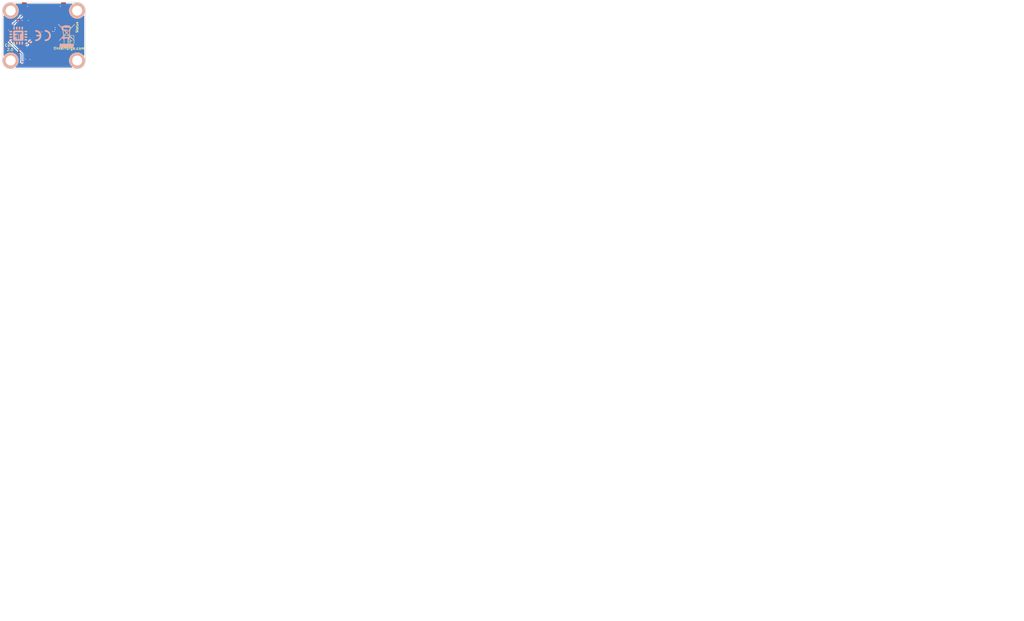
<source format=kicad_pcb>
(kicad_pcb (version 4) (host pcbnew 4.0.2+dfsg1-stable)
  (title_block (title "Color Bricklet") (date 2018-06-27) (rev 2.0) (company "Tinkerforge GmbH") (comment 1 "Licensed under CERN OHL v.1.1") (comment 2 "Copyright (©) 2018, L.Lauer <lukas@tinkerforge.com>"))
  (layers (0 F.Cu signal) (31 B.Cu signal) (34 B.Paste user) (35 F.Paste user) (36 B.SilkS user) (37 F.SilkS user) (38 B.Mask user) (39 F.Mask user) (44 Edge.Cuts user))
  (net 0 "")
  (net 1 GND)
  (net 2 SCL)
  (net 3 SDA)
  (net 4 VCC)
  (net 5 "Net-(D1-Pad1)")
  (net 6 "Net-(D1-Pad2)")
  (net 7 "Net-(P1-Pad1)")
  (net 8 "Net-(P1-Pad6)")
  (net 9 "Net-(C2-Pad1)")
  (net 10 "Net-(D2-Pad2)")
  (net 11 "Net-(P1-Pad4)")
  (net 12 "Net-(P1-Pad5)")
  (net 13 "Net-(P2-Pad1)")
  (net 14 "Net-(P3-Pad2)")
  (net 15 LED)
  (net 16 "Net-(R5-Pad1)")
  (net 17 S-MISO)
  (net 18 S-MOSI)
  (net 19 S-CLK)
  (net 20 S-CS)
  (net 21 "Net-(U2-Pad2)")
  (net 22 "Net-(U2-Pad3)")
  (net 23 "Net-(U2-Pad5)")
  (net 24 "Net-(U2-Pad6)")
  (net 25 "Net-(U2-Pad8)")
  (net 26 "Net-(U2-Pad11)")
  (net 27 "Net-(U2-Pad12)")
  (net 28 "Net-(U2-Pad13)")
  (net 29 "Net-(U2-Pad14)")
  (net 30 "Net-(U2-Pad18)")
  (net 31 "Net-(U2-Pad20)")
  (net 32 "Net-(U2-Pad21)")
  (module kicad-libraries:R0603F (layer F.Cu) (at 109.01 76.81 180)
    (fp_text reference R2)
    (fp_text value 180)
    (pad 1 smd rect (at -0.75 0 180) (size 0.9 0.9) (layers F.Cu F.Paste F.Mask) (net 4 VCC))
    (pad 2 smd rect (at 0.75 0 180) (size 0.9 0.9) (layers F.Cu F.Paste F.Mask) (net 5 "Net-(D1-Pad1)"))
  )
  (module kicad-libraries:LED-3x2 (layer F.Cu) (at 106.3 74.9 180)
    (fp_text reference D1)
    (fp_text value LED)
    (pad 1 smd rect (at -1.55 0.05 180) (size 1.6 1.4) (layers F.Cu F.Paste F.Mask) (net 5 "Net-(D1-Pad1)"))
    (pad 2 smd rect (at 1.55 0 180) (size 1.6 1.4) (layers F.Cu F.Paste F.Mask) (net 6 "Net-(D1-Pad2)"))
  )
  (module kicad-libraries:Fiducial_Mark (layer F.Cu) (at 103.3 62.7)
    (fp_text reference Fiducial_Mark hide)
    (fp_text value VAL** hide)
    (pad 1 smd circle (at 0 0) (size 1.00076 1.00076) (layers F.Cu F.Paste F.Mask) (clearance 0.65024))
  )
  (module kicad-libraries:Fiducial_Mark (layer F.Cu) (at 110.3 79.7)
    (fp_text reference Fiducial_Mark hide)
    (fp_text value VAL** hide)
    (pad 1 smd circle (at 0 0) (size 1.00076 1.00076) (layers F.Cu F.Paste F.Mask) (clearance 0.65024))
  )
  (module kicad-libraries:Logo_31x31 (layer F.Cu) (at 112.27 71.09)
    (fp_text reference G*** hide)
    (fp_text value Logo_31x31 hide)
  )
  (module kicad-libraries:SOT23GDS (layer F.Cu) (at 103.14 76.79 90)
    (fp_text reference Q1)
    (fp_text value 2N7002P)
    (pad S smd rect (at -0.889 -1.016 90) (size 0.9144 0.9144) (layers F.Cu F.Paste F.Mask) (net 1 GND))
    (pad G smd rect (at 0.889 -1.016 90) (size 0.9144 0.9144) (layers F.Cu F.Paste F.Mask) (net 15 LED))
    (pad D smd rect (at 0 1.016 90) (size 0.9144 0.9144) (layers F.Cu F.Paste F.Mask) (net 6 "Net-(D1-Pad2)"))
  )
  (module kicad-libraries:DRILL_NP (layer F.Cu) (at 96.3 78.7)
    (fp_text reference U5 hide)
    (fp_text value DRILL hide)
    (pad "" np_thru_hole circle (at 0 0) (size 2.99974 2.99974) (drill 2.99974) (layers *.Cu *.Mask F.SilkS) (clearance 0.89916))
  )
  (module kicad-libraries:DRILL_NP (layer F.Cu) (at 116.3 78.7)
    (fp_text reference U6 hide)
    (fp_text value DRILL hide)
    (pad "" np_thru_hole circle (at 0 0) (size 2.99974 2.99974) (drill 2.99974) (layers *.Cu *.Mask F.SilkS) (clearance 0.89916))
  )
  (module kicad-libraries:DRILL_NP (layer F.Cu) (at 116.3 63.7)
    (fp_text reference U4 hide)
    (fp_text value DRILL hide)
    (pad "" np_thru_hole circle (at 0 0) (size 2.99974 2.99974) (drill 2.99974) (layers *.Cu *.Mask F.SilkS) (clearance 0.89916))
  )
  (module kicad-libraries:DRILL_NP (layer F.Cu) (at 96.3 63.7)
    (fp_text reference U3 hide)
    (fp_text value DRILL hide)
    (pad "" np_thru_hole circle (at 0 0) (size 2.99974 2.99974) (drill 2.99974) (layers *.Cu *.Mask F.SilkS) (clearance 0.89916))
  )
  (module kicad-libraries:C0603F (layer F.Cu) (at 106.34 70.79)
    (fp_text reference C1)
    (fp_text value 100nF)
    (pad 1 smd rect (at -0.75 0) (size 0.9 0.9) (layers F.Cu F.Paste F.Mask) (net 1 GND))
    (pad 2 smd rect (at 0.75 0) (size 0.9 0.9) (layers F.Cu F.Paste F.Mask) (net 4 VCC))
  )
  (module kicad-libraries:C0402F (layer F.Cu) (at 102.09 67.41 180)
    (fp_text reference C2)
    (fp_text value 220pF)
    (pad 2 smd rect (at 0.5 0 180) (size 0.6 0.7) (layers F.Cu F.Paste F.Mask) (net 1 GND))
    (pad 1 smd rect (at -0.5 0 180) (size 0.6 0.7) (layers F.Cu F.Paste F.Mask) (net 9 "Net-(C2-Pad1)"))
  )
  (module kicad-libraries:C0805 (layer F.Cu) (at 108.2 67.7)
    (fp_text reference C3)
    (fp_text value 10uF)
    (pad 1 smd rect (at -1.00076 0) (size 1.00076 1.24968) (layers F.Cu F.Paste F.Mask) (net 4 VCC) (clearance 0.14986))
    (pad 2 smd rect (at 1.00076 0) (size 1.00076 1.24968) (layers F.Cu F.Paste F.Mask) (net 1 GND) (clearance 0.14986))
  )
  (module kicad-libraries:C0603F (layer F.Cu) (at 108.2 69.2)
    (fp_text reference C4)
    (fp_text value 1uF)
    (pad 1 smd rect (at -0.75 0) (size 0.9 0.9) (layers F.Cu F.Paste F.Mask) (net 4 VCC))
    (pad 2 smd rect (at 0.75 0) (size 0.9 0.9) (layers F.Cu F.Paste F.Mask) (net 1 GND))
  )
  (module kicad-libraries:C0603F (layer F.Cu) (at 95.6 70.99 90)
    (fp_text reference C5)
    (fp_text value 100nF)
    (pad 1 smd rect (at -0.75 0 90) (size 0.9 0.9) (layers F.Cu F.Paste F.Mask) (net 4 VCC))
    (pad 2 smd rect (at 0.75 0 90) (size 0.9 0.9) (layers F.Cu F.Paste F.Mask) (net 1 GND))
  )
  (module kicad-libraries:D0603F (layer F.Cu) (at 117.42 68.69 90)
    (fp_text reference D2)
    (fp_text value blue)
    (pad 1 smd rect (at -0.75 0 90) (size 0.9 0.9) (layers F.Cu F.Paste F.Mask) (net 4 VCC))
    (pad 2 smd rect (at 0.75 0 90) (size 0.9 0.9) (layers F.Cu F.Paste F.Mask) (net 10 "Net-(D2-Pad2)"))
  )
  (module kicad-libraries:CON-SENSOR2 (layer F.Cu) (at 106.3 61.2 180)
    (fp_text reference P1)
    (fp_text value CON-SENSOR2)
    (pad 1 smd rect (at -3.75 -4.6 180) (size 0.6 1.8) (layers F.Cu F.Paste F.Mask) (net 7 "Net-(P1-Pad1)"))
    (pad 2 smd rect (at -2.5 -4.6 180) (size 0.6 1.8) (layers F.Cu F.Paste F.Mask) (net 1 GND))
    (pad EP smd rect (at -5.9 -1.2 180) (size 1.4 2.4) (layers F.Cu F.Paste F.Mask) (net 1 GND))
    (pad EP smd rect (at 5.9 -1.2 180) (size 1.4 2.4) (layers F.Cu F.Paste F.Mask) (net 1 GND))
    (pad 3 smd rect (at -1.25 -4.6 180) (size 0.6 1.8) (layers F.Cu F.Paste F.Mask) (net 4 VCC))
    (pad 4 smd rect (at 0 -4.6 180) (size 0.6 1.8) (layers F.Cu F.Paste F.Mask) (net 11 "Net-(P1-Pad4)"))
    (pad 5 smd rect (at 1.25 -4.6 180) (size 0.6 1.8) (layers F.Cu F.Paste F.Mask) (net 12 "Net-(P1-Pad5)"))
    (pad 6 smd rect (at 2.5 -4.6 180) (size 0.6 1.8) (layers F.Cu F.Paste F.Mask) (net 8 "Net-(P1-Pad6)"))
    (pad 7 smd rect (at 3.75 -4.6 180) (size 0.6 1.8) (layers F.Cu F.Paste F.Mask) (net 9 "Net-(C2-Pad1)"))
  )
  (module kicad-libraries:DEBUG_PAD (layer F.Cu) (at 98.77 76.22)
    (fp_text reference P2)
    (fp_text value DEBUG)
    (pad 1 smd circle (at 0 0) (size 0.7 0.7) (layers F.Cu F.Paste F.Mask) (net 13 "Net-(P2-Pad1)"))
  )
  (module kicad-libraries:SolderJumper (layer F.Cu) (at 98.78 66.87 270)
    (fp_text reference P3)
    (fp_text value BOOT)
    (pad 2 smd rect (at 0.55 0 270) (size 0.3 1.4) (layers F.Cu F.Mask) (net 14 "Net-(P3-Pad2)"))
    (pad 2 smd rect (at 0.15 0 270) (size 0.6 0.5) (layers F.Cu F.Mask) (net 14 "Net-(P3-Pad2)"))
    (pad 1 smd rect (at -0.5 0 270) (size 0.4 1.4) (layers F.Cu F.Mask) (net 1 GND))
    (pad 1 smd rect (at -0.225 0.55 270) (size 0.95 0.3) (layers F.Cu F.Mask) (net 1 GND))
    (pad 1 smd rect (at -0.225 -0.55 270) (size 0.95 0.3) (layers F.Cu F.Mask) (net 1 GND))
  )
  (module kicad-libraries:R0603F (layer F.Cu) (at 100.71 76.79 270)
    (fp_text reference R1)
    (fp_text value 10k)
    (pad 1 smd rect (at -0.75 0 270) (size 0.9 0.9) (layers F.Cu F.Paste F.Mask) (net 15 LED))
    (pad 2 smd rect (at 0.75 0 270) (size 0.9 0.9) (layers F.Cu F.Paste F.Mask) (net 1 GND))
  )
  (module kicad-libraries:R0603F (layer F.Cu) (at 103.22 71.93)
    (fp_text reference R3)
    (fp_text value 2k2)
    (pad 1 smd rect (at -0.75 0) (size 0.9 0.9) (layers F.Cu F.Paste F.Mask) (net 4 VCC))
    (pad 2 smd rect (at 0.75 0) (size 0.9 0.9) (layers F.Cu F.Paste F.Mask) (net 3 SDA))
  )
  (module kicad-libraries:R0603F (layer F.Cu) (at 108.63 71.71 270)
    (fp_text reference R4)
    (fp_text value 2k2)
    (pad 1 smd rect (at -0.75 0 270) (size 0.9 0.9) (layers F.Cu F.Paste F.Mask) (net 4 VCC))
    (pad 2 smd rect (at 0.75 0 270) (size 0.9 0.9) (layers F.Cu F.Paste F.Mask) (net 2 SCL))
  )
  (module kicad-libraries:R0603F (layer F.Cu) (at 114.07 67.89)
    (fp_text reference R5)
    (fp_text value 1k)
    (pad 1 smd rect (at -0.75 0) (size 0.9 0.9) (layers F.Cu F.Paste F.Mask) (net 16 "Net-(R5-Pad1)"))
    (pad 2 smd rect (at 0.75 0) (size 0.9 0.9) (layers F.Cu F.Paste F.Mask) (net 10 "Net-(D2-Pad2)"))
  )
  (module kicad-libraries:4X0402 (layer F.Cu) (at 104.4 68.1 180)
    (fp_text reference RP1)
    (fp_text value 82)
    (pad 1 smd rect (at -0.7493 0.575) (size 0.29972 0.65) (layers F.Cu F.Paste F.Mask) (net 11 "Net-(P1-Pad4)"))
    (pad 2 smd rect (at -0.24892 0.575) (size 0.29972 0.65) (layers F.Cu F.Paste F.Mask) (net 12 "Net-(P1-Pad5)"))
    (pad 3 smd rect (at 0.24892 0.575) (size 0.29972 0.65) (layers F.Cu F.Paste F.Mask) (net 8 "Net-(P1-Pad6)"))
    (pad 4 smd rect (at 0.7493 0.575) (size 0.29972 0.65) (layers F.Cu F.Paste F.Mask) (net 9 "Net-(C2-Pad1)"))
    (pad 5 smd rect (at 0.7493 -0.575 180) (size 0.29972 0.65) (layers F.Cu F.Paste F.Mask) (net 17 S-MISO))
    (pad 6 smd rect (at 0.24892 -0.575 180) (size 0.29972 0.65) (layers F.Cu F.Paste F.Mask) (net 18 S-MOSI))
    (pad 7 smd rect (at -0.24892 -0.575 180) (size 0.29972 0.65) (layers F.Cu F.Paste F.Mask) (net 19 S-CLK))
    (pad 8 smd rect (at -0.7493 -0.575 180) (size 0.29972 0.65) (layers F.Cu F.Paste F.Mask) (net 20 S-CS))
  )
  (module kicad-libraries:QFN24-4x4mm-0.5mm (layer F.Cu) (at 99.02 70.99 270)
    (fp_text reference U2)
    (fp_text value XMC1XXX24)
    (pad 1 smd oval (at -2.025 -1.25 270) (size 1 0.3) (layers F.Cu F.Paste F.Mask) (net 17 S-MISO))
    (pad 2 smd oval (at -2.025 -0.75 270) (size 1 0.3) (layers F.Cu F.Paste F.Mask) (net 21 "Net-(U2-Pad2)"))
    (pad 3 smd oval (at -2.025 -0.25 270) (size 1 0.3) (layers F.Cu F.Paste F.Mask) (net 22 "Net-(U2-Pad3)"))
    (pad 4 smd oval (at -2.025 0.25 270) (size 1 0.3) (layers F.Cu F.Paste F.Mask) (net 14 "Net-(P3-Pad2)"))
    (pad 5 smd oval (at -2.025 0.75 270) (size 1 0.3) (layers F.Cu F.Paste F.Mask) (net 23 "Net-(U2-Pad5)"))
    (pad 6 smd oval (at -2.025 1.25 270) (size 1 0.3) (layers F.Cu F.Paste F.Mask) (net 24 "Net-(U2-Pad6)"))
    (pad 7 smd oval (at -1.25 2.025) (size 1 0.3) (layers F.Cu F.Paste F.Mask) (net 16 "Net-(R5-Pad1)"))
    (pad 8 smd oval (at -0.75 2.025) (size 1 0.3) (layers F.Cu F.Paste F.Mask) (net 25 "Net-(U2-Pad8)"))
    (pad 9 smd oval (at -0.25 2.025) (size 1 0.3) (layers F.Cu F.Paste F.Mask) (net 1 GND))
    (pad 10 smd oval (at 0.25 2.025) (size 1 0.3) (layers F.Cu F.Paste F.Mask) (net 4 VCC))
    (pad 11 smd oval (at 0.75 2.025) (size 1 0.3) (layers F.Cu F.Paste F.Mask) (net 26 "Net-(U2-Pad11)"))
    (pad 12 smd oval (at 1.25 2.025) (size 1 0.3) (layers F.Cu F.Paste F.Mask) (net 27 "Net-(U2-Pad12)"))
    (pad 13 smd oval (at 2.025 1.25 270) (size 1 0.3) (layers F.Cu F.Paste F.Mask) (net 28 "Net-(U2-Pad13)"))
    (pad 14 smd oval (at 2.025 0.75 270) (size 1 0.3) (layers F.Cu F.Paste F.Mask) (net 29 "Net-(U2-Pad14)"))
    (pad 15 smd oval (at 2.025 0.25 270) (size 1 0.3) (layers F.Cu F.Paste F.Mask) (net 13 "Net-(P2-Pad1)"))
    (pad 16 smd oval (at 2.025 -0.25 270) (size 1 0.3) (layers F.Cu F.Paste F.Mask) (net 15 LED))
    (pad 17 smd oval (at 2.025 -0.75 270) (size 1 0.3) (layers F.Cu F.Paste F.Mask) (net 3 SDA))
    (pad 18 smd oval (at 2.025 -1.25 270) (size 1 0.3) (layers F.Cu F.Paste F.Mask) (net 30 "Net-(U2-Pad18)"))
    (pad 19 smd oval (at 1.25 -2.025) (size 1 0.3) (layers F.Cu F.Paste F.Mask) (net 2 SCL))
    (pad 20 smd oval (at 0.75 -2.025) (size 1 0.3) (layers F.Cu F.Paste F.Mask) (net 31 "Net-(U2-Pad20)"))
    (pad 21 smd oval (at 0.25 -2.025) (size 1 0.3) (layers F.Cu F.Paste F.Mask) (net 32 "Net-(U2-Pad21)"))
    (pad 22 smd oval (at -0.25 -2.025) (size 1 0.3) (layers F.Cu F.Paste F.Mask) (net 20 S-CS))
    (pad 23 smd oval (at -0.75 -2.025) (size 1 0.3) (layers F.Cu F.Paste F.Mask) (net 19 S-CLK))
    (pad 24 smd oval (at -1.25 -2.025) (size 1 0.3) (layers F.Cu F.Paste F.Mask) (net 18 S-MOSI))
    (pad EXP smd rect (at 0.65 0.65 270) (size 1.3 1.3) (layers F.Cu F.Paste F.Mask) (net 1 GND))
    (pad EXP smd rect (at 0.65 -0.65 270) (size 1.3 1.3) (layers F.Cu F.Paste F.Mask) (net 1 GND))
    (pad EXP smd rect (at -0.65 0.65 270) (size 1.3 1.3) (layers F.Cu F.Paste F.Mask) (net 1 GND))
    (pad EXP smd rect (at -0.65 -0.65 270) (size 1.3 1.3) (layers F.Cu F.Paste F.Mask) (net 1 GND))
  )
  (module kicad-libraries:OPLGA4 (layer F.Cu) (at 106.28 72.4)
    (fp_text reference U1)
    (fp_text value VEML6040)
    (pad 1 smd rect (at -0.9 -0.35) (size 1 0.35) (layers F.Cu F.Paste F.Mask) (net 1 GND))
    (pad 2 smd rect (at -0.9 0.35) (size 1 0.35) (layers F.Cu F.Paste F.Mask) (net 3 SDA))
    (pad 3 smd rect (at 0.9 0.35) (size 1 0.35) (layers F.Cu F.Paste F.Mask) (net 2 SCL))
    (pad 4 smd rect (at 0.9 -0.35) (size 1 0.35) (layers F.Cu F.Paste F.Mask) (net 4 VCC))
  )
  (module kicad-libraries:Logo_CoMCU (layer B.Cu) (at 98.6 71.2 180)
    (fp_text reference G*** hide)
    (fp_text value LOGO hide)
  )
  (module kicad-libraries:WEEE_7mm (layer B.Cu) (at 113.1 71.2 180)
    (fp_text reference VAL hide)
    (fp_text value WEEE_7mm hide)
  )
  (module kicad-libraries:CE_5mm (layer B.Cu) (at 106 71.2 180)
    (fp_text reference VAL hide)
    (fp_text value CE_5mm hide)
  )
  (gr_text Status (at 116.26 68.69 90) (layer F.SilkS) (effects (font (size 0.7 0.7))))
  (gr_text tinkerforge.com (at 113.89 75.02) (layer F.SilkS) (effects (font (size 0.8 0.8))))
  (gr_text "Color\n2.0\n" (at 96.14 74.77) (layer F.SilkS) (effects (font (size 0.8 0.8))))
  (gr_line (start 96.3 81.2) (end 116.3 81.2) (angle 90) (layer Edge.Cuts) (width 0.15))
  (gr_line (start 93.8 63.7) (end 93.8 78.7) (angle 90) (layer Edge.Cuts) (width 0.15))
  (gr_line (start 116.3 61.2) (end 96.3 61.2) (angle 90) (layer Edge.Cuts) (width 0.15))
  (gr_line (start 118.8 78.7) (end 118.8 63.7) (angle 90) (layer Edge.Cuts) (width 0.15))
  (gr_arc (start 116.3 78.7) (end 118.8 78.7) (angle 90) (layer Edge.Cuts) (width 0.15))
  (gr_arc (start 116.3 63.7) (end 116.3 61.2) (angle 90) (layer Edge.Cuts) (width 0.15))
  (gr_arc (start 96.3 63.7) (end 93.8 63.7) (angle 90) (layer Edge.Cuts) (width 0.15))
  (gr_arc (start 96.3 78.7) (end 96.3 81.2) (angle 90) (layer Edge.Cuts) (width 0.15))
  (segment (start 99.33 66.645) (end 99.785 66.645) (width 0.25) (layer F.Cu) (net 1))
  (via (at 99.79 66.64) (size 0.55) (drill 0.25) (layers F.Cu B.Cu) (net 1))
  (segment (start 99.785 66.645) (end 99.79 66.64) (width 0.25) (layer F.Cu) (net 1))
  (segment (start 102.124 77.679) (end 102.124 78.414) (width 0.55) (layer F.Cu) (net 1))
  (via (at 102.13 78.42) (size 0.55) (drill 0.25) (layers F.Cu B.Cu) (net 1))
  (segment (start 102.124 78.414) (end 102.13 78.42) (width 0.55) (layer F.Cu) (net 1))
  (segment (start 100.71 77.54) (end 100.71 78.27) (width 0.55) (layer F.Cu) (net 1))
  (via (at 100.71 78.27) (size 0.55) (drill 0.25) (layers F.Cu B.Cu) (net 1))
  (segment (start 101.59 67.41) (end 101.59 66.63) (width 0.55) (layer F.Cu) (net 1))
  (via (at 101.59 66.63) (size 0.55) (drill 0.25) (layers F.Cu B.Cu) (net 1))
  (segment (start 105.59 70.79) (end 105.59 70.06) (width 0.55) (layer F.Cu) (net 1))
  (via (at 105.59 70.06) (size 0.55) (drill 0.25) (layers F.Cu B.Cu) (net 1))
  (segment (start 98.37 70.34) (end 99.67 70.34) (width 0.25) (layer F.Cu) (net 1))
  (segment (start 99.67 70.34) (end 99.67 71.64) (width 0.25) (layer F.Cu) (net 1))
  (segment (start 99.67 71.64) (end 98.37 71.64) (width 0.25) (layer F.Cu) (net 1))
  (segment (start 98.37 71.64) (end 98.37 70.34) (width 0.25) (layer F.Cu) (net 1))
  (segment (start 96.995 70.74) (end 97.97 70.74) (width 0.25) (layer F.Cu) (net 1))
  (segment (start 97.97 70.74) (end 98.37 70.34) (width 0.25) (layer F.Cu) (net 1))
  (segment (start 96.995 70.74) (end 96.1 70.74) (width 0.25) (layer F.Cu) (net 1))
  (segment (start 96.1 70.74) (end 95.6 70.24) (width 0.25) (layer F.Cu) (net 1))
  (segment (start 95.6 70.24) (end 95.6 69.51) (width 0.55) (layer F.Cu) (net 1))
  (via (at 95.6 69.51) (size 0.55) (drill 0.25) (layers F.Cu B.Cu) (net 1))
  (segment (start 108.84 69.92) (end 108.84 69.31) (width 0.55) (layer F.Cu) (net 1))
  (via (at 108.84 69.92) (size 0.55) (drill 0.25) (layers F.Cu B.Cu) (net 1))
  (segment (start 108.84 69.31) (end 108.95 69.2) (width 0.55) (layer F.Cu) (net 1))
  (segment (start 109.68 69.4) (end 109.68 69.65) (width 0.55) (layer F.Cu) (net 1))
  (via (at 109.4 69.93) (size 0.55) (drill 0.25) (layers F.Cu B.Cu) (net 1))
  (segment (start 109.39 69.92) (end 109.4 69.93) (width 0.55) (layer F.Cu) (net 1))
  (segment (start 108.95 69.81) (end 108.95 69.2) (width 0.55) (layer F.Cu) (net 1))
  (segment (start 108.95 69.81) (end 108.84 69.92) (width 0.55) (layer F.Cu) (net 1))
  (segment (start 108.84 69.92) (end 109.39 69.92) (width 0.55) (layer F.Cu) (net 1))
  (segment (start 108.95 69.48) (end 109.4 69.93) (width 0.55) (layer F.Cu) (net 1))
  (via (at 109.68 69.4) (size 0.55) (drill 0.25) (layers F.Cu B.Cu) (net 1))
  (segment (start 109.68 69.65) (end 109.4 69.93) (width 0.55) (layer F.Cu) (net 1))
  (segment (start 109.68 68.84) (end 109.68 69.4) (width 0.55) (layer F.Cu) (net 1))
  (via (at 109.68 68.84) (size 0.55) (drill 0.25) (layers F.Cu B.Cu) (net 1))
  (segment (start 109.32 69.2) (end 109.68 68.84) (width 0.55) (layer F.Cu) (net 1))
  (segment (start 109.48 69.2) (end 108.95 69.2) (width 0.55) (layer F.Cu) (net 1))
  (segment (start 109.48 69.2) (end 109.68 69.4) (width 0.55) (layer F.Cu) (net 1))
  (segment (start 109.20076 67.7) (end 109.20076 68.42924) (width 0.55) (layer F.Cu) (net 1))
  (segment (start 108.95 68.68) (end 108.95 69.2) (width 0.55) (layer F.Cu) (net 1))
  (segment (start 109.20076 68.42924) (end 108.95 68.68) (width 0.55) (layer F.Cu) (net 1))
  (segment (start 108.8 65.8) (end 108.8 66.83) (width 0.55) (layer F.Cu) (net 1))
  (segment (start 108.8 66.83) (end 109.20076 67.23076) (width 0.55) (layer F.Cu) (net 1))
  (segment (start 109.20076 67.23076) (end 109.20076 67.7) (width 0.55) (layer F.Cu) (net 1))
  (segment (start 112.2 62.4) (end 111.21 62.4) (width 0.55) (layer F.Cu) (net 1))
  (via (at 111.21 62.4) (size 0.55) (drill 0.25) (layers F.Cu B.Cu) (net 1))
  (segment (start 100.4 62.4) (end 101.38 62.4) (width 0.55) (layer F.Cu) (net 1))
  (via (at 101.38 62.4) (size 0.55) (drill 0.25) (layers F.Cu B.Cu) (net 1))
  (segment (start 105.38 72.05) (end 105.38 71) (width 0.2) (layer F.Cu) (net 1))
  (segment (start 105.38 71) (end 105.59 70.79) (width 0.2) (layer F.Cu) (net 1))
  (segment (start 101.045 72.24) (end 101.045 72.775) (width 0.25) (layer F.Cu) (net 2))
  (segment (start 108.63 73.13) (end 108.63 72.89) (width 0.25) (layer F.Cu) (net 2))
  (segment (start 108.18 73.58) (end 108.63 73.13) (width 0.25) (layer F.Cu) (net 2))
  (segment (start 101.85 73.58) (end 108.18 73.58) (width 0.25) (layer F.Cu) (net 2))
  (segment (start 101.045 72.775) (end 101.85 73.58) (width 0.25) (layer F.Cu) (net 2))
  (segment (start 108.63 72.89) (end 108.63 72.46) (width 0.25) (layer F.Cu) (net 2))
  (segment (start 107.18 72.75) (end 108.34 72.75) (width 0.25) (layer F.Cu) (net 2))
  (segment (start 108.34 72.75) (end 108.63 72.46) (width 0.25) (layer F.Cu) (net 2))
  (segment (start 108.63 72.89) (end 108.63 72.46) (width 0.25) (layer F.Cu) (net 2))
  (segment (start 104.29 72.75) (end 102.35 72.75) (width 0.25) (layer F.Cu) (net 3))
  (segment (start 99.77 73.72) (end 99.77 73.015) (width 0.25) (layer F.Cu) (net 3))
  (segment (start 99.98 73.93) (end 99.77 73.72) (width 0.25) (layer F.Cu) (net 3))
  (segment (start 101.17 73.93) (end 99.98 73.93) (width 0.25) (layer F.Cu) (net 3))
  (segment (start 101.25 73.85) (end 101.17 73.93) (width 0.25) (layer F.Cu) (net 3))
  (via (at 101.25 73.85) (size 0.55) (drill 0.25) (layers F.Cu B.Cu) (net 3))
  (segment (start 102.12 72.98) (end 101.25 73.85) (width 0.25) (layer B.Cu) (net 3))
  (via (at 102.12 72.98) (size 0.55) (drill 0.25) (layers F.Cu B.Cu) (net 3))
  (segment (start 102.35 72.75) (end 102.12 72.98) (width 0.25) (layer F.Cu) (net 3))
  (segment (start 103.97 71.78) (end 103.97 72.51) (width 0.25) (layer F.Cu) (net 3))
  (segment (start 104.21 72.75) (end 104.29 72.75) (width 0.25) (layer F.Cu) (net 3))
  (segment (start 104.29 72.75) (end 105.38 72.75) (width 0.25) (layer F.Cu) (net 3))
  (segment (start 103.97 72.51) (end 104.21 72.75) (width 0.25) (layer F.Cu) (net 3))
  (segment (start 95.6 71.74) (end 95.6 72.68) (width 0.25) (layer F.Cu) (net 4))
  (segment (start 109.76 78.05) (end 109.76 76.81) (width 0.25) (layer F.Cu) (net 4))
  (segment (start 108.73 79.08) (end 109.76 78.05) (width 0.25) (layer F.Cu) (net 4))
  (segment (start 99.69 79.08) (end 108.73 79.08) (width 0.25) (layer F.Cu) (net 4))
  (segment (start 99.68 79.07) (end 99.69 79.08) (width 0.25) (layer F.Cu) (net 4))
  (via (at 99.68 79.07) (size 0.55) (drill 0.25) (layers F.Cu B.Cu) (net 4))
  (segment (start 99.68 76.76) (end 99.68 79.07) (width 0.25) (layer B.Cu) (net 4))
  (segment (start 96.06 73.14) (end 99.68 76.76) (width 0.25) (layer B.Cu) (net 4))
  (via (at 96.06 73.14) (size 0.55) (drill 0.25) (layers F.Cu B.Cu) (net 4))
  (segment (start 95.6 72.68) (end 96.06 73.14) (width 0.25) (layer F.Cu) (net 4))
  (segment (start 117.42 69.44) (end 117.42 70.3) (width 0.25) (layer F.Cu) (net 4))
  (segment (start 109.68 70.58) (end 109.3 70.96) (width 0.25) (layer F.Cu) (net 4))
  (segment (start 117.14 70.58) (end 109.68 70.58) (width 0.25) (layer F.Cu) (net 4))
  (segment (start 117.42 70.3) (end 117.14 70.58) (width 0.25) (layer F.Cu) (net 4))
  (segment (start 109.76 76.81) (end 109.76 71.42) (width 0.4) (layer F.Cu) (net 4))
  (segment (start 109.76 71.42) (end 109.3 70.96) (width 0.4) (layer F.Cu) (net 4))
  (segment (start 109.3 70.96) (end 108.63 70.96) (width 0.4) (layer F.Cu) (net 4))
  (segment (start 107.45 69.81) (end 107.45 69.82) (width 0.25) (layer F.Cu) (net 4))
  (segment (start 108.63 70.49) (end 108.63 70.96) (width 0.25) (layer F.Cu) (net 4))
  (segment (start 108.24 70.1) (end 108.63 70.49) (width 0.25) (layer F.Cu) (net 4))
  (segment (start 107.73 70.1) (end 108.24 70.1) (width 0.25) (layer F.Cu) (net 4))
  (segment (start 107.45 69.82) (end 107.73 70.1) (width 0.25) (layer F.Cu) (net 4))
  (segment (start 108.63 70.93) (end 108.63 70.96) (width 0.25) (layer F.Cu) (net 4))
  (segment (start 108.63 70.96) (end 108.63 70.67) (width 0.25) (layer F.Cu) (net 4))
  (segment (start 108.46 70.79) (end 108.63 70.96) (width 0.25) (layer F.Cu) (net 4))
  (segment (start 102.47 71.93) (end 102.47 71.49) (width 0.2) (layer F.Cu) (net 4))
  (segment (start 102.47 71.49) (end 102.83 71.13) (width 0.2) (layer F.Cu) (net 4))
  (segment (start 102.83 71.13) (end 103.7 71.13) (width 0.2) (layer F.Cu) (net 4))
  (segment (start 103.7 71.13) (end 105.63 69.2) (width 0.2) (layer F.Cu) (net 4))
  (segment (start 105.63 69.2) (end 107.45 69.2) (width 0.2) (layer F.Cu) (net 4))
  (segment (start 107.45 69.2) (end 107.45 69.66) (width 0.25) (layer F.Cu) (net 4))
  (segment (start 107.45 69.66) (end 107.45 69.81) (width 0.25) (layer F.Cu) (net 4))
  (segment (start 107.09 70.17) (end 107.09 70.79) (width 0.25) (layer F.Cu) (net 4))
  (segment (start 107.45 69.81) (end 107.27 69.99) (width 0.25) (layer F.Cu) (net 4))
  (segment (start 107.27 69.99) (end 107.09 70.17) (width 0.25) (layer F.Cu) (net 4))
  (segment (start 96.995 71.24) (end 96.1 71.24) (width 0.25) (layer F.Cu) (net 4))
  (segment (start 96.1 71.24) (end 95.6 71.74) (width 0.25) (layer F.Cu) (net 4))
  (segment (start 107.19924 67.7) (end 107.19924 68.36924) (width 0.55) (layer F.Cu) (net 4))
  (segment (start 107.45 68.62) (end 107.45 69.2) (width 0.55) (layer F.Cu) (net 4))
  (segment (start 107.19924 68.36924) (end 107.45 68.62) (width 0.55) (layer F.Cu) (net 4))
  (segment (start 107.55 65.8) (end 107.55 66.84) (width 0.55) (layer F.Cu) (net 4))
  (segment (start 107.55 66.84) (end 107.19924 67.19076) (width 0.55) (layer F.Cu) (net 4))
  (segment (start 107.19924 67.19076) (end 107.19924 67.7) (width 0.55) (layer F.Cu) (net 4))
  (segment (start 107.18 72.05) (end 107.18 70.88) (width 0.2) (layer F.Cu) (net 4))
  (segment (start 107.18 70.88) (end 107.09 70.79) (width 0.2) (layer F.Cu) (net 4))
  (segment (start 107.85 74.85) (end 107.85 75.69) (width 0.4) (layer F.Cu) (net 5))
  (segment (start 108.26 76.1) (end 108.26 76.81) (width 0.4) (layer F.Cu) (net 5))
  (segment (start 107.85 75.69) (end 108.26 76.1) (width 0.4) (layer F.Cu) (net 5))
  (segment (start 107.85 74.9) (end 108.5 74.9) (width 0.254) (layer F.Cu) (net 5))
  (segment (start 104.156 76.79) (end 104.156 76.184) (width 0.4) (layer F.Cu) (net 6))
  (segment (start 104.156 76.184) (end 104.75 75.59) (width 0.4) (layer F.Cu) (net 6))
  (segment (start 104.75 75.59) (end 104.75 74.9) (width 0.4) (layer F.Cu) (net 6))
  (segment (start 103.8 65.8) (end 103.8 66.69) (width 0.25) (layer F.Cu) (net 8))
  (segment (start 103.8 66.69) (end 104.15108 67.04108) (width 0.25) (layer F.Cu) (net 8))
  (segment (start 104.15108 67.04108) (end 104.15108 67.525) (width 0.25) (layer F.Cu) (net 8))
  (segment (start 102.55 65.8) (end 102.55 67.37) (width 0.25) (layer F.Cu) (net 9))
  (segment (start 102.55 67.37) (end 102.705 67.525) (width 0.25) (layer F.Cu) (net 9))
  (segment (start 102.705 67.525) (end 103.6507 67.525) (width 0.25) (layer F.Cu) (net 9))
  (segment (start 117.42 67.94) (end 114.87 67.94) (width 0.25) (layer F.Cu) (net 10))
  (segment (start 114.87 67.94) (end 114.82 67.89) (width 0.25) (layer F.Cu) (net 10))
  (segment (start 105.1493 67.525) (end 105.1493 67.1507) (width 0.25) (layer F.Cu) (net 11))
  (segment (start 106.3 66.73) (end 106.3 65.8) (width 0.25) (layer F.Cu) (net 11))
  (segment (start 106.03 67) (end 106.3 66.73) (width 0.25) (layer F.Cu) (net 11))
  (segment (start 105.3 67) (end 106.03 67) (width 0.25) (layer F.Cu) (net 11))
  (segment (start 105.1493 67.1507) (end 105.3 67) (width 0.25) (layer F.Cu) (net 11))
  (segment (start 105.05 65.8) (end 105.05 66.64) (width 0.25) (layer F.Cu) (net 12))
  (segment (start 105.05 66.64) (end 104.64892 67.04108) (width 0.25) (layer F.Cu) (net 12))
  (segment (start 104.64892 67.04108) (end 104.64892 67.525) (width 0.25) (layer F.Cu) (net 12))
  (segment (start 98.77 73.015) (end 98.77 76.22) (width 0.25) (layer F.Cu) (net 13))
  (segment (start 98.78 67.02) (end 98.78 67.42) (width 0.25) (layer F.Cu) (net 14))
  (segment (start 98.78 67.42) (end 98.78 68.955) (width 0.25) (layer F.Cu) (net 14))
  (segment (start 98.78 68.955) (end 98.77 68.965) (width 0.25) (layer F.Cu) (net 14))
  (segment (start 99.27 73.015) (end 99.27 73.96) (width 0.25) (layer F.Cu) (net 15))
  (segment (start 100.71 75.4) (end 100.71 76.04) (width 0.25) (layer F.Cu) (net 15))
  (segment (start 99.27 73.96) (end 100.71 75.4) (width 0.25) (layer F.Cu) (net 15))
  (segment (start 102.124 75.901) (end 100.849 75.901) (width 0.25) (layer F.Cu) (net 15))
  (segment (start 100.849 75.901) (end 100.71 76.04) (width 0.25) (layer F.Cu) (net 15))
  (segment (start 113.32 67.89) (end 113.32 66.73) (width 0.25) (layer F.Cu) (net 16))
  (segment (start 96.995 67.855) (end 96.995 69.74) (width 0.25) (layer F.Cu) (net 16))
  (segment (start 97.22 67.63) (end 96.995 67.855) (width 0.25) (layer F.Cu) (net 16))
  (via (at 97.22 67.63) (size 0.55) (drill 0.25) (layers F.Cu B.Cu) (net 16))
  (segment (start 97.25 67.63) (end 97.22 67.63) (width 0.25) (layer B.Cu) (net 16))
  (segment (start 99.39 65.49) (end 97.25 67.63) (width 0.25) (layer B.Cu) (net 16))
  (via (at 99.39 65.49) (size 0.55) (drill 0.25) (layers F.Cu B.Cu) (net 16))
  (segment (start 100.38 64.5) (end 99.39 65.49) (width 0.25) (layer F.Cu) (net 16))
  (segment (start 111.09 64.5) (end 100.38 64.5) (width 0.25) (layer F.Cu) (net 16))
  (segment (start 113.32 66.73) (end 111.09 64.5) (width 0.25) (layer F.Cu) (net 16))
  (segment (start 103.6507 68.675) (end 101.505 68.675) (width 0.2) (layer F.Cu) (net 17))
  (segment (start 100.27 68.3) (end 100.27 68.965) (width 0.2) (layer F.Cu) (net 17))
  (segment (start 100.54 68.03) (end 100.27 68.3) (width 0.2) (layer F.Cu) (net 17))
  (segment (start 100.86 68.03) (end 100.54 68.03) (width 0.2) (layer F.Cu) (net 17))
  (segment (start 101.505 68.675) (end 100.86 68.03) (width 0.2) (layer F.Cu) (net 17))
  (segment (start 104.15108 68.675) (end 104.15108 69.15892) (width 0.2) (layer F.Cu) (net 18))
  (segment (start 103.57 69.74) (end 101.045 69.74) (width 0.2) (layer F.Cu) (net 18))
  (segment (start 104.15108 69.15892) (end 103.57 69.74) (width 0.2) (layer F.Cu) (net 18))
  (segment (start 104.64892 68.675) (end 104.64892 69.16108) (width 0.2) (layer F.Cu) (net 19))
  (segment (start 103.57 70.24) (end 101.045 70.24) (width 0.2) (layer F.Cu) (net 19))
  (segment (start 104.64892 69.16108) (end 103.57 70.24) (width 0.2) (layer F.Cu) (net 19))
  (segment (start 105.1493 68.675) (end 105.1493 69.155678) (width 0.2) (layer F.Cu) (net 20))
  (segment (start 103.564978 70.74) (end 101.045 70.74) (width 0.2) (layer F.Cu) (net 20))
  (segment (start 105.1493 69.155678) (end 103.564978 70.74) (width 0.2) (layer F.Cu) (net 20))
  (zone (net 1) (net_name GND) (layer B.Cu) (connect_pads (clearance 0.3)) (min_thickness 0.3) (fill yes (arc_segments 16) (thermal_gap 0.5) (thermal_bridge_width 0.5))
    (polygon (pts (xy 93.8 61.2) (xy 118.8 61.2) (xy 118.8 81.2) (xy 93.8 81.2)))
  )
)
</source>
